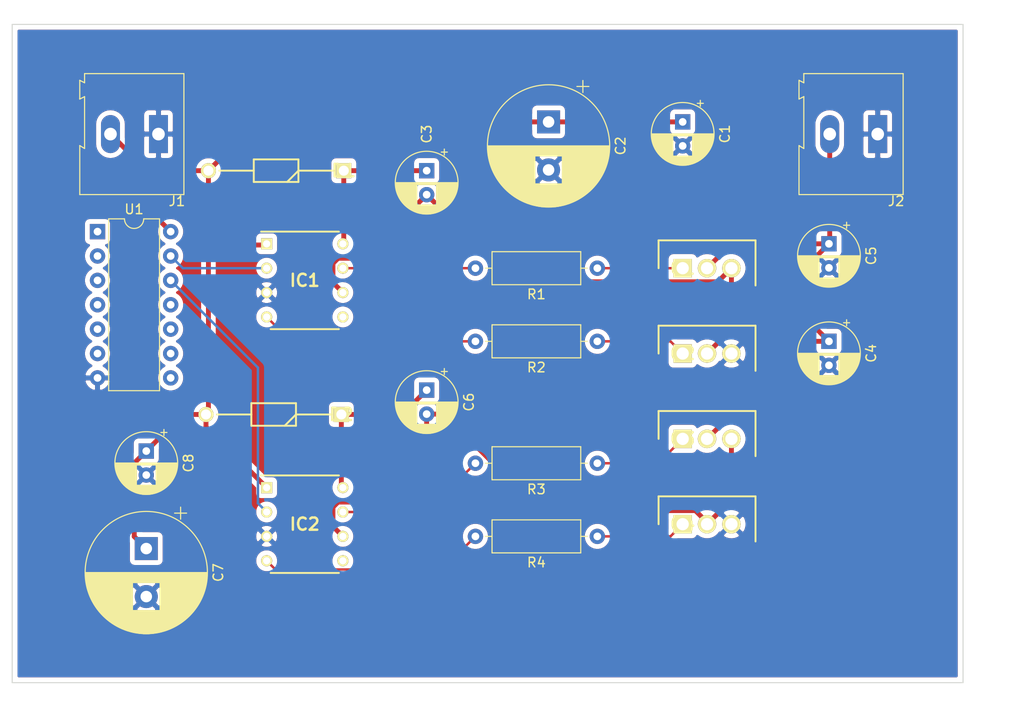
<source format=kicad_pcb>
(kicad_pcb (version 20171130) (host pcbnew "(5.1.10)-1")
  (title_block (title "D-class Amp power part") (date 2021-08-20) (rev "Ver 1.0") (comment 4 "Author: Louis Li"))
  (layers (0 F.Cu signal) (31 B.Cu signal) (34 B.Paste user) (35 F.Paste user) (36 B.SilkS user) (37 F.SilkS user) (38 B.Mask user) (39 F.Mask user) (44 Edge.Cuts user))
  (net 0 "")
  (net 1 +15V)
  (net 2 GND)
  (net 3 OUT+)
  (net 4 "Net-(C3-Pad1)")
  (net 5 VDD)
  (net 6 OUT-)
  (net 7 "Net-(C6-Pad1)")
  (net 8 PWM_IN)
  (net 9 "Net-(IC1-Pad4)")
  (net 10 "Net-(IC1-Pad5)")
  (net 11 "Net-(IC1-Pad7)")
  (net 12 "Net-(IC2-Pad7)")
  (net 13 "Net-(IC2-Pad5)")
  (net 14 "Net-(IC2-Pad4)")
  (net 15 "Net-(IC2-Pad2)")
  (net 16 "Net-(Q1-Pad1)")
  (net 17 "Net-(Q2-Pad1)")
  (net 18 "Net-(Q3-Pad1)")
  (net 19 "Net-(Q4-Pad1)")
  (module Capacitor_THT:CP_Radial_D12.5mm_P5.00mm (layer F.Cu) (at 82.55 129.54 270)
    (fp_text reference C7 (at 2.5 -7.5 90) (layer F.SilkS))
    (fp_text value UKZ1H101MHM1TO)
    (pad 2 thru_hole circle (at 5 0 270) (size 2.4 2.4) (drill 1.2) (layers *.Cu *.Mask) (net 2 GND))
    (pad 1 thru_hole rect (at 0 0 270) (size 2.4 2.4) (drill 1.2) (layers *.Cu *.Mask) (net 1 +15V))
  )
  (module Capacitor_THT:CP_Radial_D6.3mm_P2.50mm (layer F.Cu) (at 138.43 85.09 270)
    (fp_text reference C1 (at 1.25 -4.4 90) (layer F.SilkS))
    (fp_text value ECE-A1HN100U)
    (pad 1 thru_hole rect (at 0 0 270) (size 1.6 1.6) (drill 0.8) (layers *.Cu *.Mask) (net 1 +15V))
    (pad 2 thru_hole circle (at 2.5 0 270) (size 1.6 1.6) (drill 0.8) (layers *.Cu *.Mask) (net 2 GND))
  )
  (module Capacitor_THT:CP_Radial_D12.5mm_P5.00mm (layer F.Cu) (at 124.46 85.09 270)
    (fp_text reference C2 (at 2.5 -7.5 90) (layer F.SilkS))
    (fp_text value UKZ1H101MHM1TO)
    (pad 1 thru_hole rect (at 0 0 270) (size 2.4 2.4) (drill 1.2) (layers *.Cu *.Mask) (net 1 +15V))
    (pad 2 thru_hole circle (at 5 0 270) (size 2.4 2.4) (drill 1.2) (layers *.Cu *.Mask) (net 2 GND))
  )
  (module Capacitor_THT:CP_Radial_D6.3mm_P2.50mm (layer F.Cu) (at 111.76 90.17 270)
    (fp_text reference C3 (at -3.81 0 90) (layer F.SilkS))
    (fp_text value ECE-A1HN100U)
    (pad 2 thru_hole circle (at 2.5 0 270) (size 1.6 1.6) (drill 0.8) (layers *.Cu *.Mask) (net 3 OUT+))
    (pad 1 thru_hole rect (at 0 0 270) (size 1.6 1.6) (drill 0.8) (layers *.Cu *.Mask) (net 4 "Net-(C3-Pad1)"))
  )
  (module Capacitor_THT:CP_Radial_D6.3mm_P2.50mm (layer F.Cu) (at 153.67 107.95 270)
    (fp_text reference C4 (at 1.25 -4.4 90) (layer F.SilkS))
    (fp_text value ECE-A1HN100U)
    (pad 1 thru_hole rect (at 0 0 270) (size 1.6 1.6) (drill 0.8) (layers *.Cu *.Mask) (net 5 VDD))
    (pad 2 thru_hole circle (at 2.5 0 270) (size 1.6 1.6) (drill 0.8) (layers *.Cu *.Mask) (net 2 GND))
  )
  (module Capacitor_THT:CP_Radial_D6.3mm_P2.50mm (layer F.Cu) (at 153.67 97.79 270)
    (fp_text reference C5 (at 1.25 -4.4 90) (layer F.SilkS))
    (fp_text value ECE-A1HN100U)
    (pad 2 thru_hole circle (at 2.5 0 270) (size 1.6 1.6) (drill 0.8) (layers *.Cu *.Mask) (net 2 GND))
    (pad 1 thru_hole rect (at 0 0 270) (size 1.6 1.6) (drill 0.8) (layers *.Cu *.Mask) (net 5 VDD))
  )
  (module Capacitor_THT:CP_Radial_D6.3mm_P2.50mm (layer F.Cu) (at 111.76 113.03 270)
    (fp_text reference C6 (at 1.25 -4.4 90) (layer F.SilkS))
    (fp_text value ECE-A1HN100U)
    (pad 2 thru_hole circle (at 2.5 0 270) (size 1.6 1.6) (drill 0.8) (layers *.Cu *.Mask) (net 6 OUT-))
    (pad 1 thru_hole rect (at 0 0 270) (size 1.6 1.6) (drill 0.8) (layers *.Cu *.Mask) (net 7 "Net-(C6-Pad1)"))
  )
  (module Capacitor_THT:CP_Radial_D6.3mm_P2.50mm (layer F.Cu) (at 82.55 119.38 270)
    (fp_text reference C8 (at 1.25 -4.4 90) (layer F.SilkS))
    (fp_text value ECE-A1HN100U)
    (pad 1 thru_hole rect (at 0 0 270) (size 1.6 1.6) (drill 0.8) (layers *.Cu *.Mask) (net 1 +15V))
    (pad 2 thru_hole circle (at 2.5 0 270) (size 1.6 1.6) (drill 0.8) (layers *.Cu *.Mask) (net 2 GND))
  )
  (module 1N4936:DIOAD1405W86L465D235 (layer F.Cu) (at 103.124 90.17 180)
    (fp_text reference D1 (at 0 0) (layer F.SilkS) (effects (font (size 1.27 1.27) (thickness 0.254))))
    (fp_text value 1N4936 hide)
    (pad 1 thru_hole rect (at 0 0 270) (size 1.575 1.575) (drill 1.05) (layers *.Cu *.Mask F.SilkS) (net 4 "Net-(C3-Pad1)"))
    (pad 2 thru_hole circle (at 14.1 0 270) (size 1.575 1.575) (drill 1.05) (layers *.Cu *.Mask F.SilkS) (net 1 +15V))
  )
  (module 1N4936:DIOAD1405W86L465D235 (layer F.Cu) (at 102.87 115.57 180)
    (fp_text reference D2 (at 0 0) (layer F.SilkS) (effects (font (size 1.27 1.27) (thickness 0.254))))
    (fp_text value 1N4936 hide)
    (pad 2 thru_hole circle (at 14.1 0 270) (size 1.575 1.575) (drill 1.05) (layers *.Cu *.Mask F.SilkS) (net 1 +15V))
    (pad 1 thru_hole rect (at 0 0 270) (size 1.575 1.575) (drill 1.05) (layers *.Cu *.Mask F.SilkS) (net 7 "Net-(C6-Pad1)"))
  )
  (module NCP5111PG:DIP794W56P254L959H533Q8N (layer F.Cu) (at 99.06 101.6)
    (fp_text reference IC1 (at 0 0) (layer F.SilkS) (effects (font (size 1.27 1.27) (thickness 0.254))))
    (fp_text value NCP5111PG hide)
    (pad 1 thru_hole rect (at -3.97 -3.81 90) (size 1.16 1.16) (drill 0.76) (layers *.Cu *.Mask F.SilkS) (net 1 +15V))
    (pad 2 thru_hole circle (at -3.97 -1.27 90) (size 1.16 1.16) (drill 0.76) (layers *.Cu *.Mask F.SilkS) (net 8 PWM_IN))
    (pad 3 thru_hole circle (at -3.97 1.27 90) (size 1.16 1.16) (drill 0.76) (layers *.Cu *.Mask F.SilkS) (net 2 GND))
    (pad 4 thru_hole circle (at -3.97 3.81 90) (size 1.16 1.16) (drill 0.76) (layers *.Cu *.Mask F.SilkS) (net 9 "Net-(IC1-Pad4)"))
    (pad 5 thru_hole circle (at 3.97 3.81 90) (size 1.16 1.16) (drill 0.76) (layers *.Cu *.Mask F.SilkS) (net 10 "Net-(IC1-Pad5)"))
    (pad 6 thru_hole circle (at 3.97 1.27 90) (size 1.16 1.16) (drill 0.76) (layers *.Cu *.Mask F.SilkS) (net 3 OUT+))
    (pad 7 thru_hole circle (at 3.97 -1.27 90) (size 1.16 1.16) (drill 0.76) (layers *.Cu *.Mask F.SilkS) (net 11 "Net-(IC1-Pad7)"))
    (pad 8 thru_hole circle (at 3.97 -3.81 90) (size 1.16 1.16) (drill 0.76) (layers *.Cu *.Mask F.SilkS) (net 4 "Net-(C3-Pad1)"))
  )
  (module NCP5111PG:DIP794W56P254L959H533Q8N (layer F.Cu) (at 99.06 127)
    (fp_text reference IC2 (at 0 0) (layer F.SilkS) (effects (font (size 1.27 1.27) (thickness 0.254))))
    (fp_text value NCP5111PG hide)
    (pad 8 thru_hole circle (at 3.97 -3.81 90) (size 1.16 1.16) (drill 0.76) (layers *.Cu *.Mask F.SilkS) (net 7 "Net-(C6-Pad1)"))
    (pad 7 thru_hole circle (at 3.97 -1.27 90) (size 1.16 1.16) (drill 0.76) (layers *.Cu *.Mask F.SilkS) (net 12 "Net-(IC2-Pad7)"))
    (pad 6 thru_hole circle (at 3.97 1.27 90) (size 1.16 1.16) (drill 0.76) (layers *.Cu *.Mask F.SilkS) (net 6 OUT-))
    (pad 5 thru_hole circle (at 3.97 3.81 90) (size 1.16 1.16) (drill 0.76) (layers *.Cu *.Mask F.SilkS) (net 13 "Net-(IC2-Pad5)"))
    (pad 4 thru_hole circle (at -3.97 3.81 90) (size 1.16 1.16) (drill 0.76) (layers *.Cu *.Mask F.SilkS) (net 14 "Net-(IC2-Pad4)"))
    (pad 3 thru_hole circle (at -3.97 1.27 90) (size 1.16 1.16) (drill 0.76) (layers *.Cu *.Mask F.SilkS) (net 2 GND))
    (pad 2 thru_hole circle (at -3.97 -1.27 90) (size 1.16 1.16) (drill 0.76) (layers *.Cu *.Mask F.SilkS) (net 15 "Net-(IC2-Pad2)"))
    (pad 1 thru_hole rect (at -3.97 -3.81 90) (size 1.16 1.16) (drill 0.76) (layers *.Cu *.Mask F.SilkS) (net 1 +15V))
  )
  (module TerminalBlock:TerminalBlock_Altech_AK300-2_P5.00mm (layer F.Cu) (at 83.82 86.36 180)
    (fp_text reference J1 (at -1.92 -6.99) (layer F.SilkS))
    (fp_text value 1935161)
    (pad 2 thru_hole oval (at 5 0 180) (size 1.98 3.96) (drill 1.32) (layers *.Cu *.Mask) (net 1 +15V))
    (pad 1 thru_hole rect (at 0 0 180) (size 1.98 3.96) (drill 1.32) (layers *.Cu *.Mask) (net 2 GND))
  )
  (module TerminalBlock:TerminalBlock_Altech_AK300-2_P5.00mm (layer F.Cu) (at 158.75 86.36 180)
    (fp_text reference J2 (at -1.92 -6.99) (layer F.SilkS))
    (fp_text value 1935161)
    (pad 1 thru_hole rect (at 0 0 180) (size 1.98 3.96) (drill 1.32) (layers *.Cu *.Mask) (net 2 GND))
    (pad 2 thru_hole oval (at 5 0 180) (size 1.98 3.96) (drill 1.32) (layers *.Cu *.Mask) (net 5 VDD))
  )
  (module FQP17N40:TO254P470X990X1910-3P (layer F.Cu) (at 138.43 100.33)
    (fp_text reference Q1 (at 0 0) (layer F.SilkS) (effects (font (size 1.27 1.27) (thickness 0.254))))
    (fp_text value FQP17N40 hide)
    (pad 1 thru_hole rect (at 0 0 90) (size 1.92 1.92) (drill 1.28) (layers *.Cu *.Mask F.SilkS) (net 16 "Net-(Q1-Pad1)"))
    (pad 2 thru_hole circle (at 2.54 0 90) (size 1.92 1.92) (drill 1.28) (layers *.Cu *.Mask F.SilkS) (net 5 VDD))
    (pad 3 thru_hole circle (at 5.08 0 90) (size 1.92 1.92) (drill 1.28) (layers *.Cu *.Mask F.SilkS) (net 3 OUT+))
  )
  (module FQP17N40:TO254P470X990X1910-3P (layer F.Cu) (at 138.43 109.22)
    (fp_text reference Q2 (at 0 0) (layer F.SilkS) (effects (font (size 1.27 1.27) (thickness 0.254))))
    (fp_text value FQP17N40 hide)
    (pad 3 thru_hole circle (at 5.08 0 90) (size 1.92 1.92) (drill 1.28) (layers *.Cu *.Mask F.SilkS) (net 2 GND))
    (pad 2 thru_hole circle (at 2.54 0 90) (size 1.92 1.92) (drill 1.28) (layers *.Cu *.Mask F.SilkS) (net 3 OUT+))
    (pad 1 thru_hole rect (at 0 0 90) (size 1.92 1.92) (drill 1.28) (layers *.Cu *.Mask F.SilkS) (net 17 "Net-(Q2-Pad1)"))
  )
  (module FQP17N40:TO254P470X990X1910-3P (layer F.Cu) (at 138.43 118.11)
    (fp_text reference Q3 (at 0 0) (layer F.SilkS) (effects (font (size 1.27 1.27) (thickness 0.254))))
    (fp_text value FQP17N40 hide)
    (pad 1 thru_hole rect (at 0 0 90) (size 1.92 1.92) (drill 1.28) (layers *.Cu *.Mask F.SilkS) (net 18 "Net-(Q3-Pad1)"))
    (pad 2 thru_hole circle (at 2.54 0 90) (size 1.92 1.92) (drill 1.28) (layers *.Cu *.Mask F.SilkS) (net 5 VDD))
    (pad 3 thru_hole circle (at 5.08 0 90) (size 1.92 1.92) (drill 1.28) (layers *.Cu *.Mask F.SilkS) (net 6 OUT-))
  )
  (module FQP17N40:TO254P470X990X1910-3P (layer F.Cu) (at 138.43 127)
    (fp_text reference Q4 (at 0 0) (layer F.SilkS) (effects (font (size 1.27 1.27) (thickness 0.254))))
    (fp_text value FQP17N40 hide)
    (pad 3 thru_hole circle (at 5.08 0 90) (size 1.92 1.92) (drill 1.28) (layers *.Cu *.Mask F.SilkS) (net 2 GND))
    (pad 2 thru_hole circle (at 2.54 0 90) (size 1.92 1.92) (drill 1.28) (layers *.Cu *.Mask F.SilkS) (net 6 OUT-))
    (pad 1 thru_hole rect (at 0 0 90) (size 1.92 1.92) (drill 1.28) (layers *.Cu *.Mask F.SilkS) (net 19 "Net-(Q4-Pad1)"))
  )
  (module Resistor_THT:R_Axial_DIN0309_L9.0mm_D3.2mm_P12.70mm_Horizontal (layer F.Cu) (at 129.54 100.33 180)
    (fp_text reference R1 (at 6.35 -2.72) (layer F.SilkS))
    (fp_text value CFR-50JB-52-10R)
    (pad 2 thru_hole oval (at 12.7 0 180) (size 1.6 1.6) (drill 0.8) (layers *.Cu *.Mask) (net 11 "Net-(IC1-Pad7)"))
    (pad 1 thru_hole circle (at 0 0 180) (size 1.6 1.6) (drill 0.8) (layers *.Cu *.Mask) (net 16 "Net-(Q1-Pad1)"))
  )
  (module Resistor_THT:R_Axial_DIN0309_L9.0mm_D3.2mm_P12.70mm_Horizontal (layer F.Cu) (at 129.54 107.95 180)
    (fp_text reference R2 (at 6.35 -2.72) (layer F.SilkS))
    (fp_text value CFR-50JB-52-10R)
    (pad 2 thru_hole oval (at 12.7 0 180) (size 1.6 1.6) (drill 0.8) (layers *.Cu *.Mask) (net 9 "Net-(IC1-Pad4)"))
    (pad 1 thru_hole circle (at 0 0 180) (size 1.6 1.6) (drill 0.8) (layers *.Cu *.Mask) (net 17 "Net-(Q2-Pad1)"))
  )
  (module Resistor_THT:R_Axial_DIN0309_L9.0mm_D3.2mm_P12.70mm_Horizontal (layer F.Cu) (at 129.54 120.65 180)
    (fp_text reference R3 (at 6.35 -2.72) (layer F.SilkS))
    (fp_text value CFR-50JB-52-10R)
    (pad 1 thru_hole circle (at 0 0 180) (size 1.6 1.6) (drill 0.8) (layers *.Cu *.Mask) (net 18 "Net-(Q3-Pad1)"))
    (pad 2 thru_hole oval (at 12.7 0 180) (size 1.6 1.6) (drill 0.8) (layers *.Cu *.Mask) (net 12 "Net-(IC2-Pad7)"))
  )
  (module Resistor_THT:R_Axial_DIN0309_L9.0mm_D3.2mm_P12.70mm_Horizontal (layer F.Cu) (at 129.54 128.27 180)
    (fp_text reference R4 (at 6.35 -2.72) (layer F.SilkS))
    (fp_text value CFR-50JB-52-10R)
    (pad 1 thru_hole circle (at 0 0 180) (size 1.6 1.6) (drill 0.8) (layers *.Cu *.Mask) (net 19 "Net-(Q4-Pad1)"))
    (pad 2 thru_hole oval (at 12.7 0 180) (size 1.6 1.6) (drill 0.8) (layers *.Cu *.Mask) (net 14 "Net-(IC2-Pad4)"))
  )
  (module Package_DIP:DIP-14_W7.62mm (layer F.Cu) (at 77.47 96.52)
    (fp_text reference U1 (at 3.81 -2.33) (layer F.SilkS))
    (fp_text value 74LS04)
    (pad 1 thru_hole rect (at 0 0) (size 1.6 1.6) (drill 0.8) (layers *.Cu *.Mask))
    (pad 8 thru_hole oval (at 7.62 15.24) (size 1.6 1.6) (drill 0.8) (layers *.Cu *.Mask))
    (pad 2 thru_hole oval (at 0 2.54) (size 1.6 1.6) (drill 0.8) (layers *.Cu *.Mask))
    (pad 9 thru_hole oval (at 7.62 12.7) (size 1.6 1.6) (drill 0.8) (layers *.Cu *.Mask))
    (pad 3 thru_hole oval (at 0 5.08) (size 1.6 1.6) (drill 0.8) (layers *.Cu *.Mask))
    (pad 10 thru_hole oval (at 7.62 10.16) (size 1.6 1.6) (drill 0.8) (layers *.Cu *.Mask))
    (pad 4 thru_hole oval (at 0 7.62) (size 1.6 1.6) (drill 0.8) (layers *.Cu *.Mask))
    (pad 11 thru_hole oval (at 7.62 7.62) (size 1.6 1.6) (drill 0.8) (layers *.Cu *.Mask))
    (pad 5 thru_hole oval (at 0 10.16) (size 1.6 1.6) (drill 0.8) (layers *.Cu *.Mask))
    (pad 12 thru_hole oval (at 7.62 5.08) (size 1.6 1.6) (drill 0.8) (layers *.Cu *.Mask) (net 15 "Net-(IC2-Pad2)"))
    (pad 6 thru_hole oval (at 0 12.7) (size 1.6 1.6) (drill 0.8) (layers *.Cu *.Mask))
    (pad 13 thru_hole oval (at 7.62 2.54) (size 1.6 1.6) (drill 0.8) (layers *.Cu *.Mask) (net 8 PWM_IN))
    (pad 7 thru_hole oval (at 0 15.24) (size 1.6 1.6) (drill 0.8) (layers *.Cu *.Mask) (net 2 GND))
    (pad 14 thru_hole oval (at 7.62 0) (size 1.6 1.6) (drill 0.8) (layers *.Cu *.Mask) (net 1 +15V))
  )
  (gr_line (start 167.64 74.93) (end 167.64 143.51) (layer Edge.Cuts) (width 0.1))
  (gr_line (start 68.58 74.93) (end 167.64 74.93) (layer Edge.Cuts) (width 0.1))
  (gr_line (start 68.58 143.51) (end 68.58 74.93) (layer Edge.Cuts) (width 0.1))
  (gr_line (start 167.64 143.51) (end 68.58 143.51) (layer Edge.Cuts) (width 0.1))
  (segment (start 88.9 115.44) (end 88.77 115.57) (width 0.254) (layer F.Cu) (net 1))
  (segment (start 82.63 90.17) (end 89.024 90.17) (width 0.508) (layer F.Cu) (net 1))
  (segment (start 78.82 86.36) (end 82.63 90.17) (width 0.508) (layer F.Cu) (net 1))
  (segment (start 82.63 94.06) (end 85.09 96.52) (width 0.508) (layer F.Cu) (net 1))
  (segment (start 82.63 90.17) (end 82.63 94.06) (width 0.508) (layer F.Cu) (net 1))
  (segment (start 89.024 115.316) (end 88.77 115.57) (width 0.508) (layer F.Cu) (net 1))
  (segment (start 94.966 97.914) (end 95.09 97.79) (width 0.508) (layer F.Cu) (net 1))
  (segment (start 89.024 97.914) (end 94.966 97.914) (width 0.508) (layer F.Cu) (net 1))
  (segment (start 89.024 90.17) (end 89.024 97.914) (width 0.508) (layer F.Cu) (net 1))
  (segment (start 89.024 97.914) (end 89.024 115.316) (width 0.508) (layer F.Cu) (net 1))
  (segment (start 86.36 115.57) (end 82.55 119.38) (width 0.508) (layer F.Cu) (net 1))
  (segment (start 88.77 115.57) (end 86.36 115.57) (width 0.508) (layer F.Cu) (net 1))
  (segment (start 81.295999 128.285999) (end 82.55 129.54) (width 0.508) (layer F.Cu) (net 1))
  (segment (start 81.295999 120.634001) (end 81.295999 128.285999) (width 0.508) (layer F.Cu) (net 1))
  (segment (start 82.55 119.38) (end 81.295999 120.634001) (width 0.508) (layer F.Cu) (net 1))
  (segment (start 88.77 116.87) (end 95.09 123.19) (width 0.508) (layer F.Cu) (net 1))
  (segment (start 88.77 115.57) (end 88.77 116.87) (width 0.508) (layer F.Cu) (net 1))
  (segment (start 94.104 85.09) (end 89.024 90.17) (width 0.508) (layer F.Cu) (net 1))
  (segment (start 124.46 85.09) (end 94.104 85.09) (width 0.508) (layer F.Cu) (net 1))
  (segment (start 124.46 85.09) (end 138.43 85.09) (width 0.508) (layer F.Cu) (net 1))
  (segment (start 143.51 106.68) (end 140.97 109.22) (width 0.508) (layer F.Cu) (net 3))
  (segment (start 143.51 100.33) (end 143.51 106.68) (width 0.508) (layer F.Cu) (net 3))
  (segment (start 120.834001 101.744001) (end 111.76 92.67) (width 0.508) (layer F.Cu) (net 3))
  (segment (start 142.095999 101.744001) (end 120.834001 101.744001) (width 0.508) (layer F.Cu) (net 3))
  (segment (start 143.51 100.33) (end 142.095999 101.744001) (width 0.508) (layer F.Cu) (net 3))
  (segment (start 101.995999 99.833679) (end 101.995999 101.835999) (width 0.508) (layer F.Cu) (net 3))
  (segment (start 101.995999 101.835999) (end 103.03 102.87) (width 0.508) (layer F.Cu) (net 3))
  (segment (start 102.533679 99.295999) (end 101.995999 99.833679) (width 0.508) (layer F.Cu) (net 3))
  (segment (start 105.134001 99.295999) (end 102.533679 99.295999) (width 0.508) (layer F.Cu) (net 3))
  (segment (start 111.76 92.67) (end 105.134001 99.295999) (width 0.508) (layer F.Cu) (net 3))
  (segment (start 103.124 97.696) (end 103.03 97.79) (width 0.508) (layer F.Cu) (net 4))
  (segment (start 103.124 90.17) (end 103.124 97.696) (width 0.508) (layer F.Cu) (net 4))
  (segment (start 103.124 90.17) (end 111.76 90.17) (width 0.508) (layer F.Cu) (net 4))
  (segment (start 153.75 97.71) (end 153.67 97.79) (width 0.508) (layer F.Cu) (net 5))
  (segment (start 153.75 86.36) (end 153.75 97.71) (width 0.508) (layer F.Cu) (net 5))
  (segment (start 143.51 97.79) (end 140.97 100.33) (width 0.508) (layer F.Cu) (net 5))
  (segment (start 153.67 97.79) (end 143.51 97.79) (width 0.508) (layer F.Cu) (net 5))
  (segment (start 151.13 107.95) (end 140.97 118.11) (width 0.508) (layer F.Cu) (net 5))
  (segment (start 153.67 107.95) (end 151.13 107.95) (width 0.508) (layer F.Cu) (net 5))
  (segment (start 152.415999 106.695999) (end 153.67 107.95) (width 0.508) (layer F.Cu) (net 5))
  (segment (start 152.415999 99.044001) (end 152.415999 106.695999) (width 0.508) (layer F.Cu) (net 5))
  (segment (start 153.67 97.79) (end 152.415999 99.044001) (width 0.508) (layer F.Cu) (net 5))
  (segment (start 143.51 124.46) (end 140.97 127) (width 0.508) (layer F.Cu) (net 6))
  (segment (start 143.51 118.11) (end 143.51 124.46) (width 0.508) (layer F.Cu) (net 6))
  (segment (start 140.97 126.802798) (end 140.97 127) (width 0.508) (layer F.Cu) (net 6))
  (segment (start 139.753201 125.585999) (end 140.97 126.802798) (width 0.508) (layer F.Cu) (net 6))
  (segment (start 123.631921 125.585999) (end 139.753201 125.585999) (width 0.508) (layer F.Cu) (net 6))
  (segment (start 113.575922 115.53) (end 123.631921 125.585999) (width 0.508) (layer F.Cu) (net 6))
  (segment (start 111.76 115.53) (end 113.575922 115.53) (width 0.508) (layer F.Cu) (net 6))
  (segment (start 101.995999 127.235999) (end 103.03 128.27) (width 0.508) (layer F.Cu) (net 6))
  (segment (start 101.995999 125.233679) (end 101.995999 127.235999) (width 0.508) (layer F.Cu) (net 6))
  (segment (start 102.533679 124.695999) (end 101.995999 125.233679) (width 0.508) (layer F.Cu) (net 6))
  (segment (start 103.725371 124.695999) (end 102.533679 124.695999) (width 0.508) (layer F.Cu) (net 6))
  (segment (start 111.76 116.66137) (end 103.725371 124.695999) (width 0.508) (layer F.Cu) (net 6))
  (segment (start 111.76 115.53) (end 111.76 116.66137) (width 0.508) (layer F.Cu) (net 6))
  (segment (start 102.87 123.03) (end 103.03 123.19) (width 0.508) (layer F.Cu) (net 7))
  (segment (start 102.87 115.57) (end 102.87 123.03) (width 0.508) (layer F.Cu) (net 7))
  (segment (start 109.22 115.57) (end 111.76 113.03) (width 0.508) (layer F.Cu) (net 7))
  (segment (start 102.87 115.57) (end 109.22 115.57) (width 0.508) (layer F.Cu) (net 7))
  (segment (start 86.36 100.33) (end 85.09 99.06) (width 0.254) (layer B.Cu) (net 8))
  (segment (start 95.09 100.33) (end 86.36 100.33) (width 0.254) (layer B.Cu) (net 8))
  (segment (start 97.63 107.95) (end 116.84 107.95) (width 0.254) (layer F.Cu) (net 9))
  (segment (start 95.09 105.41) (end 97.63 107.95) (width 0.254) (layer F.Cu) (net 9))
  (segment (start 103.03 100.33) (end 116.84 100.33) (width 0.254) (layer F.Cu) (net 11))
  (segment (start 111.76 125.73) (end 116.84 120.65) (width 0.254) (layer F.Cu) (net 12))
  (segment (start 103.03 125.73) (end 111.76 125.73) (width 0.254) (layer F.Cu) (net 12))
  (segment (start 113.392999 131.717001) (end 116.84 128.27) (width 0.254) (layer F.Cu) (net 14))
  (segment (start 95.997001 131.717001) (end 113.392999 131.717001) (width 0.254) (layer F.Cu) (net 14))
  (segment (start 95.09 130.81) (end 95.997001 131.717001) (width 0.254) (layer F.Cu) (net 14))
  (segment (start 94.182999 124.822999) (end 95.09 125.73) (width 0.254) (layer B.Cu) (net 15))
  (segment (start 94.182999 110.692999) (end 94.182999 124.822999) (width 0.254) (layer B.Cu) (net 15))
  (segment (start 85.09 101.6) (end 94.182999 110.692999) (width 0.254) (layer B.Cu) (net 15))
  (segment (start 129.54 100.33) (end 138.43 100.33) (width 0.254) (layer F.Cu) (net 16))
  (segment (start 137.16 107.95) (end 138.43 109.22) (width 0.254) (layer F.Cu) (net 17))
  (segment (start 129.54 107.95) (end 137.16 107.95) (width 0.254) (layer F.Cu) (net 17))
  (segment (start 135.89 120.65) (end 138.43 118.11) (width 0.254) (layer F.Cu) (net 18))
  (segment (start 129.54 120.65) (end 135.89 120.65) (width 0.254) (layer F.Cu) (net 18))
  (segment (start 137.16 128.27) (end 138.43 127) (width 0.254) (layer F.Cu) (net 19))
  (segment (start 129.54 128.27) (end 137.16 128.27) (width 0.254) (layer F.Cu) (net 19))
  (zone (net 2) (net_name GND) (layer F.Cu) (connect_pads (clearance 0.508)) (min_thickness 0.254) (fill yes (arc_segments 32) (thermal_gap 0.508) (thermal_bridge_width 0.508))
    (polygon (pts (xy 170.18 144.78) (xy 67.31 146.05) (xy 67.31 73.66) (xy 170.18 73.66)))
  )
  (zone (net 2) (net_name GND) (layer B.Cu) (connect_pads (clearance 0.508)) (min_thickness 0.254) (fill yes (arc_segments 32) (thermal_gap 0.508) (thermal_bridge_width 0.508))
    (polygon (pts (xy 173.99 144.78) (xy 67.31 146.05) (xy 67.31 73.66) (xy 170.18 72.39)))
  )
)
</source>
